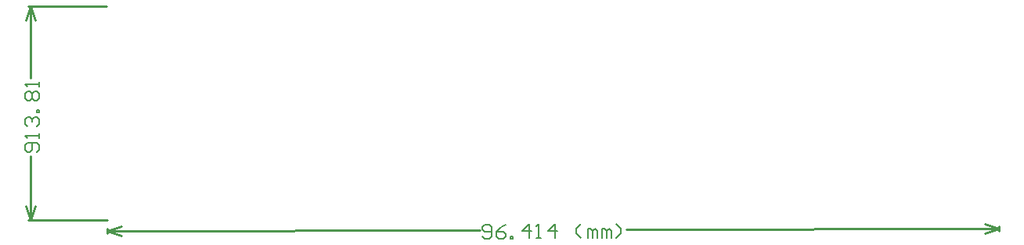
<source format=gm1>
G04 Layer_Color=16711935*
%FSAX25Y25*%
%MOIN*%
G70*
G01*
G75*
%ADD32C,0.01000*%
%ADD81C,0.00600*%
D32*
X0189236Y0370865D02*
X0222819D01*
X0189236Y0462246D02*
X0222465D01*
X0190236Y0370865D02*
Y0398360D01*
Y0431550D02*
Y0462246D01*
Y0370865D02*
X0192236Y0376865D01*
X0188236D02*
X0190236Y0370865D01*
X0188236Y0456246D02*
X0190236Y0462246D01*
X0192236Y0456246D01*
X0222826Y0366357D02*
X0381527Y0366753D01*
X0443708Y0366908D02*
X0602409Y0367304D01*
X0222826Y0366357D02*
X0228821Y0368372D01*
X0222826Y0366357D02*
X0228831Y0364372D01*
X0596404Y0369289D02*
X0602409Y0367304D01*
X0596414Y0365289D02*
X0602409Y0367304D01*
X0222823Y0367357D02*
X0222828Y0365357D01*
X0602406Y0368304D02*
X0602411Y0366304D01*
D81*
X0192836Y0399960D02*
X0193835Y0400960D01*
Y0402959D01*
X0192836Y0403959D01*
X0188837D01*
X0187837Y0402959D01*
Y0400960D01*
X0188837Y0399960D01*
X0189837D01*
X0190836Y0400960D01*
Y0403959D01*
X0193835Y0405958D02*
Y0407957D01*
Y0406958D01*
X0187837D01*
X0188837Y0405958D01*
Y0410956D02*
X0187837Y0411956D01*
Y0413955D01*
X0188837Y0414955D01*
X0189837D01*
X0190836Y0413955D01*
Y0412956D01*
Y0413955D01*
X0191836Y0414955D01*
X0192836D01*
X0193835Y0413955D01*
Y0411956D01*
X0192836Y0410956D01*
X0193835Y0416955D02*
X0192836D01*
Y0417954D01*
X0193835D01*
Y0416955D01*
X0188837Y0421953D02*
X0187837Y0422953D01*
Y0424952D01*
X0188837Y0425952D01*
X0189837D01*
X0190836Y0424952D01*
X0191836Y0425952D01*
X0192836D01*
X0193835Y0424952D01*
Y0422953D01*
X0192836Y0421953D01*
X0191836D01*
X0190836Y0422953D01*
X0189837Y0421953D01*
X0188837D01*
X0190836Y0422953D02*
Y0424952D01*
X0193835Y0427951D02*
Y0429950D01*
Y0428951D01*
X0187837D01*
X0188837Y0427951D01*
X0382533Y0364156D02*
X0383535Y0363159D01*
X0385535Y0363164D01*
X0386532Y0364166D01*
X0386522Y0368165D01*
X0385520Y0369162D01*
X0383521Y0369157D01*
X0382523Y0368155D01*
X0382526Y0367155D01*
X0383528Y0366158D01*
X0386527Y0366165D01*
X0392517Y0369179D02*
X0390521Y0368175D01*
X0388526Y0366170D01*
X0388531Y0364171D01*
X0389533Y0363174D01*
X0391533Y0363179D01*
X0392530Y0364181D01*
X0392528Y0365181D01*
X0391525Y0366178D01*
X0388526Y0366170D01*
X0394532Y0363186D02*
X0394529Y0364186D01*
X0395529Y0364189D01*
X0395532Y0363189D01*
X0394532Y0363186D01*
X0402529Y0363206D02*
X0402514Y0369204D01*
X0399523Y0366198D01*
X0403521Y0366208D01*
X0405528Y0363214D02*
X0407528Y0363219D01*
X0406528Y0363216D01*
X0406513Y0369214D01*
X0405516Y0368212D01*
X0413526Y0363234D02*
X0413511Y0369232D01*
X0410519Y0366225D01*
X0414518Y0366235D01*
X0424522Y0363261D02*
X0422518Y0365255D01*
X0422513Y0367255D01*
X0424507Y0369259D01*
X0427521Y0363269D02*
X0427511Y0367267D01*
X0428511Y0367270D01*
X0429513Y0366273D01*
X0429520Y0363274D01*
X0429513Y0366273D01*
X0430510Y0367275D01*
X0431512Y0366278D01*
X0431520Y0363279D01*
X0433519Y0363283D02*
X0433509Y0367282D01*
X0434509Y0367285D01*
X0435511Y0366287D01*
X0435518Y0363288D01*
X0435511Y0366287D01*
X0436508Y0367290D01*
X0437510Y0366293D01*
X0437518Y0363294D01*
X0439517Y0363299D02*
X0441511Y0365303D01*
X0441506Y0367302D01*
X0439502Y0369297D01*
M02*

</source>
